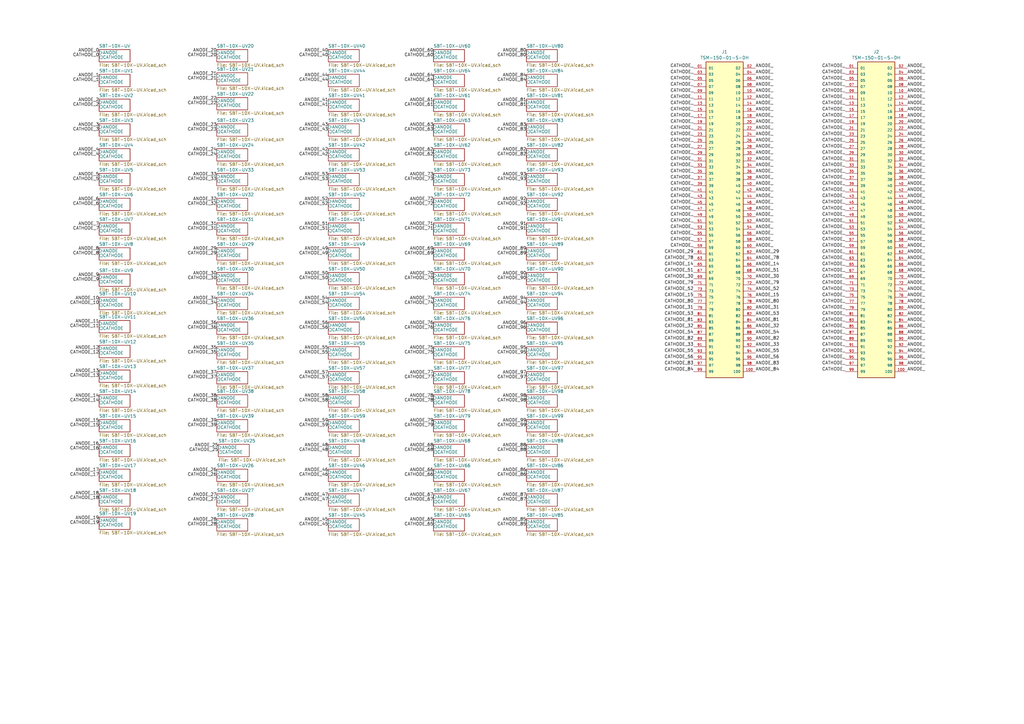
<source format=kicad_sch>
(kicad_sch (version 20230121) (generator eeschema)
  (paper "A3")
  (label "CATHODE_" (at 346.71 81.28 180))
  (label "CATHODE_51" (at 134.62 94.615 180))
  (label "ANODE_31" (at 309.88 127 0))
  (label "CATHODE_" (at 284.48 55.88 180))
  (label "ANODE_" (at 372.11 68.58 0))
  (label "CATHODE_" (at 284.48 53.34 180))
  (label "CATHODE_" (at 346.71 43.18 180))
  (label "CATHODE_" (at 284.48 63.5 180))
  (label "ANODE_95" (at 215.9 143.51 180))
  (label "ANODE_73" (at 177.8 72.39 180))
  (label "CATHODE_" (at 346.71 50.8 180))
  (label "CATHODE_46" (at 134.62 195.58 180))
  (label "ANODE_88" (at 215.9 183.515 180))
  (label "ANODE_" (at 309.88 58.42 0))
  (label "CATHODE_" (at 284.48 45.72 180))
  (label "ANODE_30" (at 88.9 113.03 180))
  (label "CATHODE_66" (at 177.8 195.58 180))
  (label "CATHODE_78" (at 284.48 106.68 180))
  (label "ANODE_" (at 372.11 116.84 0))
  (label "ANODE_" (at 372.11 134.62 0))
  (label "CATHODE_" (at 284.48 48.26 180))
  (label "ANODE_" (at 372.11 142.24 0))
  (label "CATHODE_84" (at 284.48 152.4 180))
  (label "ANODE_" (at 309.88 50.8 0))
  (label "ANODE_" (at 372.11 119.38 0))
  (label "CATHODE_" (at 346.71 142.24 180))
  (label "ANODE_28" (at 88.9 213.995 180))
  (label "ANODE_79" (at 177.8 173.355 180))
  (label "ANODE_20" (at 88.9 21.59 180))
  (label "ANODE_36" (at 88.9 133.35 180))
  (label "CATHODE_4" (at 40.64 64.135 180))
  (label "ANODE_0" (at 40.64 21.59 180))
  (label "ANODE_" (at 309.88 68.58 0))
  (label "CATHODE_25" (at 89.535 185.42 180))
  (label "CATHODE_56" (at 134.62 135.255 180))
  (label "CATHODE_82" (at 215.9 64.135 180))
  (label "ANODE_" (at 309.88 40.64 0))
  (label "ANODE_94" (at 215.9 123.19 180))
  (label "ANODE_" (at 372.11 81.28 0))
  (label "ANODE_" (at 309.88 27.94 0))
  (label "CATHODE_30" (at 284.48 114.3 180))
  (label "CATHODE_64" (at 177.8 33.655 180))
  (label "CATHODE_48" (at 134.62 185.42 180))
  (label "CATHODE_23" (at 88.9 53.975 180))
  (label "ANODE_16" (at 40.64 182.88 180))
  (label "CATHODE_" (at 346.71 88.9 180))
  (label "CATHODE_29" (at 88.9 104.775 180))
  (label "ANODE_" (at 372.11 106.68 0))
  (label "CATHODE_63" (at 177.8 53.975 180))
  (label "ANODE_" (at 372.11 104.14 0))
  (label "ANODE_21" (at 88.9 31.115 180))
  (label "CATHODE_90" (at 215.9 114.935 180))
  (label "ANODE_32" (at 309.88 134.62 0))
  (label "CATHODE_56" (at 284.48 147.32 180))
  (label "ANODE_" (at 372.11 139.7 0))
  (label "CATHODE_81" (at 215.9 43.815 180))
  (label "ANODE_" (at 309.88 81.28 0))
  (label "ANODE_24" (at 88.9 62.23 180))
  (label "CATHODE_" (at 346.71 137.16 180))
  (label "ANODE_" (at 309.88 48.26 0))
  (label "ANODE_" (at 372.11 137.16 0))
  (label "CATHODE_" (at 346.71 45.72 180))
  (label "CATHODE_" (at 346.71 58.42 180))
  (label "CATHODE_59" (at 134.62 175.26 180))
  (label "ANODE_50" (at 134.62 113.03 180))
  (label "CATHODE_89" (at 215.9 104.775 180))
  (label "CATHODE_31" (at 88.9 94.615 180))
  (label "ANODE_90" (at 215.9 113.03 180))
  (label "CATHODE_" (at 284.48 50.8 180))
  (label "CATHODE_" (at 346.71 139.7 180))
  (label "CATHODE_91" (at 215.9 94.615 180))
  (label "ANODE_66" (at 177.8 193.675 180))
  (label "ANODE_" (at 309.88 60.96 0))
  (label "ANODE_98" (at 215.9 163.195 180))
  (label "CATHODE_" (at 346.71 132.08 180))
  (label "CATHODE_" (at 284.48 33.02 180))
  (label "CATHODE_" (at 284.48 86.36 180))
  (label "CATHODE_55" (at 284.48 144.78 180))
  (label "CATHODE_72" (at 177.8 84.455 180))
  (label "ANODE_86" (at 215.9 193.675 180))
  (label "CATHODE_84" (at 215.9 33.655 180))
  (label "CATHODE_29" (at 284.48 104.14 180))
  (label "CATHODE_79" (at 177.8 175.26 180))
  (label "CATHODE_" (at 346.71 124.46 180))
  (label "ANODE_" (at 309.88 73.66 0))
  (label "CATHODE_" (at 346.71 101.6 180))
  (label "CATHODE_5" (at 40.64 74.295 180))
  (label "CATHODE_" (at 346.71 109.22 180))
  (label "ANODE_14" (at 309.88 109.22 0))
  (label "CATHODE_24" (at 88.9 64.135 180))
  (label "CATHODE_26" (at 88.9 195.58 180))
  (label "ANODE_82" (at 309.88 139.7 0))
  (label "ANODE_" (at 372.11 30.48 0))
  (label "CATHODE_" (at 346.71 76.2 180))
  (label "CATHODE_" (at 346.71 60.96 180))
  (label "ANODE_" (at 372.11 86.36 0))
  (label "CATHODE_22" (at 88.9 43.18 180))
  (label "CATHODE_" (at 284.48 99.06 180))
  (label "CATHODE_40" (at 134.62 23.495 180))
  (label "CATHODE_" (at 346.71 48.26 180))
  (label "ANODE_55" (at 134.62 143.51 180))
  (label "ANODE_85" (at 215.9 213.995 180))
  (label "CATHODE_98" (at 215.9 165.1 180))
  (label "CATHODE_53" (at 134.62 74.295 180))
  (label "CATHODE_80" (at 284.48 124.46 180))
  (label "ANODE_71" (at 177.8 92.71 180))
  (label "CATHODE_70" (at 177.8 114.935 180))
  (label "CATHODE_75" (at 177.8 145.415 180))
  (label "CATHODE_94" (at 215.9 125.095 180))
  (label "CATHODE_" (at 284.48 27.94 180))
  (label "ANODE_" (at 372.11 73.66 0))
  (label "ANODE_" (at 372.11 129.54 0))
  (label "ANODE_" (at 309.88 93.98 0))
  (label "CATHODE_88" (at 215.9 185.42 180))
  (label "CATHODE_15" (at 284.48 121.92 180))
  (label "ANODE_" (at 372.11 55.88 0))
  (label "CATHODE_" (at 284.48 71.12 180))
  (label "CATHODE_" (at 346.71 33.02 180))
  (label "CATHODE_14" (at 284.48 109.22 180))
  (label "CATHODE_18" (at 40.64 205.105 180))
  (label "ANODE_" (at 309.88 86.36 0))
  (label "ANODE_" (at 309.88 66.04 0))
  (label "CATHODE_93" (at 215.9 74.295 180))
  (label "ANODE_37" (at 88.9 153.67 180))
  (label "CATHODE_3" (at 40.64 53.975 180))
  (label "CATHODE_51" (at 284.48 111.76 180))
  (label "ANODE_13" (at 40.64 153.035 180))
  (label "ANODE_61" (at 177.8 41.91 180))
  (label "ANODE_45" (at 134.62 213.995 180))
  (label "ANODE_87" (at 215.9 203.835 180))
  (label "CATHODE_58" (at 134.62 165.1 180))
  (label "CATHODE_16" (at 40.64 184.785 180))
  (label "CATHODE_87" (at 215.9 205.74 180))
  (label "ANODE_" (at 372.11 101.6 0))
  (label "CATHODE_54" (at 134.62 125.095 180))
  (label "ANODE_52" (at 309.88 119.38 0))
  (label "CATHODE_" (at 346.71 71.12 180))
  (label "ANODE_55" (at 309.88 144.78 0))
  (label "CATHODE_73" (at 177.8 74.295 180))
  (label "CATHODE_83" (at 215.9 53.975 180))
  (label "ANODE_17" (at 40.64 193.675 180))
  (label "CATHODE_47" (at 134.62 205.74 180))
  (label "ANODE_9" (at 40.64 113.665 180))
  (label "CATHODE_" (at 346.71 121.92 180))
  (label "ANODE_" (at 372.11 114.3 0))
  (label "CATHODE_36" (at 88.9 135.255 180))
  (label "ANODE_" (at 372.11 76.2 0))
  (label "ANODE_" (at 309.88 45.72 0))
  (label "ANODE_53" (at 134.62 72.39 180))
  (label "ANODE_96" (at 215.9 133.35 180))
  (label "CATHODE_10" (at 40.64 125.095 180))
  (label "ANODE_" (at 309.88 78.74 0))
  (label "CATHODE_" (at 284.48 30.48 180))
  (label "ANODE_81" (at 309.88 132.08 0))
  (label "CATHODE_17" (at 40.64 195.58 180))
  (label "ANODE_89" (at 215.9 102.87 180))
  (label "ANODE_30" (at 309.88 114.3 0))
  (label "ANODE_" (at 309.88 30.48 0))
  (label "ANODE_99" (at 215.9 173.355 180))
  (label "ANODE_" (at 372.11 96.52 0))
  (label "ANODE_72" (at 177.8 82.55 180))
  (label "ANODE_" (at 309.88 35.56 0))
  (label "CATHODE_" (at 346.71 63.5 180))
  (label "ANODE_" (at 372.11 132.08 0))
  (label "ANODE_84" (at 309.88 152.4 0))
  (label "ANODE_" (at 372.11 45.72 0))
  (label "ANODE_18" (at 40.64 203.2 180))
  (label "CATHODE_57" (at 134.62 155.575 180))
  (label "CATHODE_99" (at 215.9 175.26 180))
  (label "ANODE_74" (at 177.8 123.19 180))
  (label "CATHODE_79" (at 284.48 116.84 180))
  (label "CATHODE_67" (at 177.8 205.74 180))
  (label "ANODE_" (at 372.11 63.5 0))
  (label "ANODE_70" (at 177.8 113.03 180))
  (label "ANODE_" (at 309.88 99.06 0))
  (label "CATHODE_" (at 346.71 134.62 180))
  (label "ANODE_52" (at 134.62 82.55 180))
  (label "ANODE_47" (at 134.62 203.835 180))
  (label "CATHODE_76" (at 177.8 135.255 180))
  (label "CATHODE_53" (at 284.48 129.54 180))
  (label "CATHODE_85" (at 215.9 215.9 180))
  (label "ANODE_7" (at 40.64 92.71 180))
  (label "CATHODE_" (at 346.71 86.36 180))
  (label "CATHODE_83" (at 284.48 149.86 180))
  (label "CATHODE_97" (at 215.9 155.575 180))
  (label "CATHODE_" (at 284.48 60.96 180))
  (label "ANODE_" (at 372.11 124.46 0))
  (label "CATHODE_19" (at 40.64 215.265 180))
  (label "ANODE_8" (at 40.64 102.87 180))
  (label "ANODE_49" (at 134.62 102.87 180))
  (label "CATHODE_69" (at 177.8 104.775 180))
  (label "CATHODE_78" (at 177.8 165.1 180))
  (label "ANODE_" (at 372.11 93.98 0))
  (label "CATHODE_8" (at 40.64 104.775 180))
  (label "CATHODE_52" (at 134.62 84.455 180))
  (label "CATHODE_" (at 346.71 104.14 180))
  (label "ANODE_41" (at 134.62 41.91 180))
  (label "ANODE_" (at 372.11 48.26 0))
  (label "ANODE_3" (at 40.64 52.07 180))
  (label "CATHODE_" (at 284.48 96.52 180))
  (label "CATHODE_" (at 346.71 149.86 180))
  (label "ANODE_" (at 372.11 35.56 0))
  (label "CATHODE_" (at 346.71 93.98 180))
  (label "CATHODE_" (at 346.71 99.06 180))
  (label "CATHODE_" (at 284.48 38.1 180))
  (label "CATHODE_" (at 346.71 127 180))
  (label "CATHODE_62" (at 177.8 64.135 180))
  (label "ANODE_38" (at 88.9 163.195 180))
  (label "ANODE_" (at 372.11 43.18 0))
  (label "CATHODE_" (at 346.71 111.76 180))
  (label "ANODE_" (at 309.88 71.12 0))
  (label "CATHODE_41" (at 134.62 43.815 180))
  (label "ANODE_56" (at 309.88 147.32 0))
  (label "CATHODE_95" (at 215.9 145.415 180))
  (label "CATHODE_43" (at 134.62 53.975 180))
  (label "CATHODE_" (at 284.48 91.44 180))
  (label "ANODE_" (at 372.11 60.96 0))
  (label "ANODE_5" (at 40.64 72.39 180))
  (label "ANODE_69" (at 177.8 102.87 180))
  (label "CATHODE_0" (at 40.64 23.495 180))
  (label "CATHODE_9" (at 40.64 115.57 180))
  (label "CATHODE_54" (at 284.48 137.16 180))
  (label "ANODE_29" (at 309.88 104.14 0))
  (label "CATHODE_" (at 346.71 66.04 180))
  (label "ANODE_76" (at 177.8 133.35 180))
  (label "ANODE_43" (at 134.62 52.07 180))
  (label "CATHODE_" (at 346.71 53.34 180))
  (label "ANODE_35" (at 88.9 143.51 180))
  (label "ANODE_2" (at 40.64 41.91 180))
  (label "CATHODE_" (at 284.48 93.98 180))
  (label "CATHODE_33" (at 284.48 142.24 180))
  (label "ANODE_79" (at 309.88 116.84 0))
  (label "ANODE_" (at 309.88 83.82 0))
  (label "ANODE_" (at 372.11 78.74 0))
  (label "CATHODE_32" (at 284.48 134.62 180))
  (label "ANODE_11" (at 40.64 132.715 180))
  (label "CATHODE_" (at 284.48 43.18 180))
  (label "ANODE_63" (at 177.8 52.07 180))
  (label "CATHODE_50" (at 134.62 114.935 180))
  (label "ANODE_1" (at 40.64 31.75 180))
  (label "ANODE_" (at 372.11 127 0))
  (label "CATHODE_39" (at 88.9 175.26 180))
  (label "ANODE_93" (at 215.9 72.39 180))
  (label "ANODE_40" (at 134.62 21.59 180))
  (label "ANODE_19" (at 40.64 213.36 180))
  (label "ANODE_67" (at 177.8 203.835 180))
  (label "ANODE_" (at 309.88 33.02 0))
  (label "ANODE_" (at 372.11 71.12 0))
  (label "CATHODE_42" (at 134.62 64.135 180))
  (label "ANODE_58" (at 134.62 163.195 180))
  (label "ANODE_" (at 372.11 53.34 0))
  (label "ANODE_" (at 372.11 149.86 0))
  (label "ANODE_32" (at 88.9 82.55 180))
  (label "ANODE_68" (at 177.8 183.515 180))
  (label "ANODE_42" (at 134.62 62.23 180))
  (label "CATHODE_" (at 346.71 78.74 180))
  (label "CATHODE_" (at 346.71 73.66 180))
  (label "ANODE_75" (at 177.8 143.51 180))
  (label "CATHODE_65" (at 177.8 215.9 180))
  (label "CATHODE_77" (at 177.8 155.575 180))
  (label "ANODE_39" (at 88.9 173.355 180))
  (label "ANODE_" (at 372.11 27.94 0))
  (label "CATHODE_2" (at 40.64 43.815 180))
  (label "ANODE_4" (at 40.64 62.23 180))
  (label "CATHODE_45" (at 134.62 215.9 180))
  (label "ANODE_" (at 372.11 38.1 0))
  (label "CATHODE_" (at 284.48 73.66 180))
  (label "ANODE_33" (at 88.9 72.39 180))
  (label "CATHODE_" (at 346.71 116.84 180))
  (label "ANODE_" (at 372.11 144.78 0))
  (label "ANODE_78" (at 177.8 163.195 180))
  (label "ANODE_54" (at 134.62 123.19 180))
  (label "ANODE_" (at 372.11 66.04 0))
  (label "ANODE_54" (at 309.88 137.16 0))
  (label "ANODE_" (at 372.11 99.06 0))
  (label "CATHODE_20" (at 88.9 23.495 180))
  (label "CATHODE_34" (at 88.9 125.095 180))
  (label "CATHODE_" (at 284.48 58.42 180))
  (label "ANODE_" (at 309.88 53.34 0))
  (label "CATHODE_30" (at 88.9 114.935 180))
  (label "CATHODE_" (at 284.48 35.56 180))
  (label "CATHODE_" (at 346.71 147.32 180))
  (label "CATHODE_" (at 346.71 68.58 180))
  (label "ANODE_82" (at 215.9 62.23 180))
  (label "CATHODE_68" (at 177.8 185.42 180))
  (label "CATHODE_60" (at 177.8 23.495 180))
  (label "ANODE_" (at 309.88 91.44 0))
  (label "ANODE_84" (at 215.9 31.75 180))
  (label "ANODE_10" (at 40.64 123.19 180))
  (label "ANODE_78" (at 309.88 106.68 0))
  (label "ANODE_46" (at 134.62 193.675 180))
  (label "ANODE_56" (at 134.62 133.35 180))
  (label "CATHODE_" (at 346.71 114.3 180))
  (label "ANODE_" (at 372.11 109.22 0))
  (label "ANODE_48" (at 134.62 183.515 180))
  (label "CATHODE_21" (at 88.9 33.02 180))
  (label "ANODE_15" (at 40.64 173.355 180))
  (label "ANODE_91" (at 215.9 92.71 180))
  (label "ANODE_" (at 372.11 147.32 0))
  (label "ANODE_" (at 372.11 111.76 0))
  (label "CATHODE_33" (at 88.9 74.295 180))
  (label "CATHODE_7" (at 40.64 94.615 180))
  (label "CATHODE_49" (at 134.62 104.775 180))
  (label "ANODE_22" (at 88.9 41.275 180))
  (label "ANODE_" (at 372.11 91.44 0))
  (label "CATHODE_31" (at 284.48 127 180))
  (label "CATHODE_" (at 284.48 68.58 180))
  (label "CATHODE_96" (at 215.9 135.255 180))
  (label "CATHODE_" (at 284.48 76.2 180))
  (label "ANODE_26" (at 88.9 193.675 180))
  (label "ANODE_29" (at 88.9 102.87 180))
  (label "ANODE_92" (at 215.9 82.55 180))
  (label "CATHODE_" (at 284.48 40.64 180))
  (label "CATHODE_52" (at 284.48 119.38 180))
  (label "ANODE_15" (at 309.88 121.92 0))
  (label "ANODE_51" (at 309.88 111.76 0))
  (label "ANODE_80" (at 309.88 124.46 0))
  (label "ANODE_27" (at 88.9 203.835 180))
  (label "ANODE_" (at 309.88 96.52 0))
  (label "CATHODE_" (at 284.48 83.82 180))
  (label "ANODE_" (at 309.88 63.5 0))
  (label "CATHODE_74" (at 177.8 125.095 180))
  (label "CATHODE_" (at 284.48 81.28 180))
  (label "ANODE_" (at 372.11 121.92 0))
  (label "CATHODE_15" (at 40.64 175.26 180))
  (label "CATHODE_1" (at 40.64 33.655 180))
  (label "ANODE_53" (at 309.88 129.54 0))
  (label "ANODE_" (at 372.11 58.42 0))
  (label "ANODE_" (at 372.11 33.02 0))
  (label "ANODE_" (at 372.11 50.8 0))
  (label "CATHODE_" (at 284.48 78.74 180))
  (label "ANODE_6" (at 40.64 82.55 180))
  (label "ANODE_12" (at 40.64 143.51 180))
  (label "ANODE_59" (at 134.62 173.355 180))
  (label "CATHODE_" (at 284.48 88.9 180))
  (label "CATHODE_11" (at 40.64 134.62 180))
  (label "ANODE_23" (at 88.9 52.07 180))
  (label "ANODE_97" (at 215.9 153.67 180))
  (label "ANODE_83" (at 215.9 52.07 180))
  (label "CATHODE_86" (at 215.9 195.58 180))
  (label "ANODE_" (at 372.11 88.9 0))
  (label "CATHODE_92" (at 215.9 84.455 180))
  (label "CATHODE_38" (at 88.9 165.1 180))
  (label "CATHODE_81" (at 284.48 132.08 180))
  (label "ANODE_14" (at 40.64 163.195 180))
  (label "ANODE_25" (at 89.535 183.515 180))
  (label "ANODE_" (at 372.11 83.82 0))
  (label "CATHODE_" (at 346.71 152.4 180))
  (label "CATHODE_" (at 284.48 66.04 180))
  (label "CATHODE_" (at 346.71 144.78 180))
  (label "CATHODE_6" (at 40.64 84.455 180))
  (label "ANODE_31" (at 88.9 92.71 180))
  (label "CATHODE_82" (at 284.48 139.7 180))
  (label "ANODE_83" (at 309.88 149.86 0))
  (label "ANODE_81" (at 215.9 41.91 180))
  (label "ANODE_65" (at 177.8 213.995 180))
  (label "CATHODE_71" (at 177.8 94.615 180))
  (label "CATHODE_" (at 346.71 55.88 180))
  (label "ANODE_" (at 372.11 40.64 0))
  (label "CATHODE_" (at 346.71 40.64 180))
  (label "CATHODE_35" (at 88.9 145.415 180))
  (label "ANODE_33" (at 309.88 142.24 0))
  (label "CATHODE_" (at 346.71 106.68 180))
  (label "ANODE_77" (at 177.8 153.67 180))
  (label "ANODE_80" (at 215.9 21.59 180))
  (label "ANODE_" (at 309.88 55.88 0))
  (label "CATHODE_61" (at 177.8 43.815 180))
  (label "ANODE_" (at 309.88 101.6 0))
  (label "ANODE_" (at 309.88 88.9 0))
  (label "CATHODE_" (at 284.48 101.6 180))
  (label "CATHODE_44" (at 134.62 33.655 180))
  (label "CATHODE_" (at 346.71 91.44 180))
  (label "ANODE_57" (at 134.62 153.67 180))
  (label "CATHODE_37" (at 88.9 155.575 180))
  (label "CATHODE_" (at 346.71 83.82 180))
  (label "CATHODE_" (at 346.71 30.48 180))
  (label "CATHODE_80" (at 215.9 23.495 180))
  (label "CATHODE_12" (at 40.64 145.415 180))
  (label "CATHODE_" (at 346.71 119.38 180))
  (label "ANODE_60" (at 177.8 21.59 180))
  (label "ANODE_62" (at 177.8 62.23 180))
  (label "CATHODE_32" (at 88.9 84.455 180))
  (label "CATHODE_" (at 346.71 35.56 180))
  (label "CATHODE_" (at 346.71 96.52 180))
  (label "ANODE_51" (at 134.62 92.71 180))
  (label "CATHODE_28" (at 88.9 215.9 180))
  (label "ANODE_64" (at 177.8 31.75 180))
  (label "ANODE_44" (at 134.62 31.75 180))
  (label "CATHODE_" (at 346.71 38.1 180))
  (label "CATHODE_" (at 346.71 27.94 180))
  (label "CATHODE_14" (at 40.64 165.1 180))
  (label "CATHODE_" (at 346.71 129.54 180))
  (label "ANODE_" (at 309.88 38.1 0))
  (label "CATHODE_55" (at 134.62 145.415 180))
  (label "ANODE_" (at 309.88 43.18 0))
  (label "ANODE_34" (at 88.9 123.19 180))
  (label "CATHODE_27" (at 88.9 205.74 180))
  (label "CATHODE_13" (at 40.64 154.94 180))
  (label "ANODE_" (at 372.11 152.4 0))
  (label "ANODE_" (at 309.88 76.2 0))
  (symbol (lib_id "TSM-150-01-S-DH:TSM-150-01-S-DH") (at 297.18 91.44 0) (unit 1)
    (property "Reference" "J1" (at 297.18 21.2557 0))
    (property "Value" "TSM-150-01-S-DH" (at 297.18 23.6799 0))
    (property "Footprint" "custom_lib:SAMTEC_TSM-150-01-S-DH" (effects hide))
    (property "MF" "Samtec" (effects hide))
    (property "Description" "\n                        \n                            Connector Header Surface Mount, Right Angle 100 position 0.100 (2.54mm)\n                        \n" (effects hide))
    (property "Package" "None" (effects hide))
    (property "Price" "None" (effects hide))
    (property "Check_prices" "https://www.snapeda.com/parts/TSM-150-01-S-DH/Samtec/view-part/?ref=eda" (effects hide))
    (property "STANDARD" "Manufacturer Recommendations" (effects hide))
    (property "PARTREV" "R" (effects hide))
    (property "SnapEDA_Link" "https://www.snapeda.com/parts/TSM-150-01-S-DH/Samtec/view-part/?ref=snap" (effects hide))
    (property "MP" "TSM-150-01-S-DH" (effects hide))
    (property "Availability" "In Stock" (effects hide))
    (property "MANUFACTURER" "Samtec" (effects hide))
  )
  (symbol (lib_id "TSM-150-01-S-DH:TSM-150-01-S-DH") (at 359.41 91.44 0) (unit 1)
    (property "Reference" "J2" (at 359.41 21.2557 0))
    (property "Value" "TSM-150-01-S-DH" (at 359.41 23.6799 0))
    (property "Footprint" "custom_lib:SAMTEC_TSM-150-01-S-DH" (effects hide))
    (property "MF" "Samtec" (effects hide))
    (property "Description" "\n                        \n                            Connector Header Surface Mount, Right Angle 100 position 0.100 (2.54mm)\n                        \n" (effects hide))
    (property "Package" "None" (effects hide))
    (property "Price" "None" (effects hide))
    (property "Check_prices" "https://www.snapeda.com/parts/TSM-150-01-S-DH/Samtec/view-part/?ref=eda" (effects hide))
    (property "STANDARD" "Manufacturer Recommendations" (effects hide))
    (property "PARTREV" "R" (effects hide))
    (property "SnapEDA_Link" "https://www.snapeda.com/parts/TSM-150-01-S-DH/Samtec/view-part/?ref=snap" (effects hide))
    (property "MP" "TSM-150-01-S-DH" (effects hide))
    (property "Availability" "In Stock" (effects hide))
    (property "MANUFACTURER" "Samtec" (effects hide))
  )
  (sheet (at 177.8 60.96) (size 12.7 5.08) (stroke (width 0.1524))
    (property "Sheetname" "SBT-10X-UV62" (at 177.8 60.2484 0) (effects (justify left bottom)))
    (property "Sheetfile" "SBT-10X-UV.kicad_sch" (at 177.8 66.6246 0) (effects (justify left top)))
    (pin "ANODE" input (at 177.8 62.23 180))
    (pin "CATHODE" output (at 177.8 64.135 180))
  )
  (sheet (at 88.9 202.565) (size 12.7 5.08) (stroke (width 0.1524))
    (property "Sheetname" "SBT-10X-UV27" (at 88.9 201.8534 0) (effects (justify left bottom)))
    (property "Sheetfile" "SBT-10X-UV.kicad_sch" (at 88.9 208.2296 0) (effects (justify left top)))
    (pin "ANODE" input (at 88.9 203.835 180))
    (pin "CATHODE" output (at 88.9 205.74 180))
  )
  (sheet (at 134.62 132.08) (size 12.7 5.08) (stroke (width 0.1524))
    (property "Sheetname" "SBT-10X-UV56" (at 134.62 131.3684 0) (effects (justify left bottom)))
    (property "Sheetfile" "SBT-10X-UV.kicad_sch" (at 134.62 137.7446 0) (effects (justify left top)))
    (pin "ANODE" input (at 134.62 133.35 180))
    (pin "CATHODE" output (at 134.62 135.255 180))
  )
  (sheet (at 88.9 50.8) (size 12.7 5.08) (stroke (width 0.1524))
    (property "Sheetname" "SBT-10X-UV23" (at 88.9 50.0884 0) (effects (justify left bottom)))
    (property "Sheetfile" "SBT-10X-UV.kicad_sch" (at 88.9 56.4646 0) (effects (justify left top)))
    (pin "ANODE" input (at 88.9 52.07 180))
    (pin "CATHODE" output (at 88.9 53.975 180))
  )
  (sheet (at 40.64 112.395) (size 12.7 5.08) (stroke (width 0.1524))
    (property "Sheetname" "SBT-10X-UV9" (at 40.64 111.6834 0) (effects (justify left bottom)))
    (property "Sheetfile" "SBT-10X-UV.kicad_sch" (at 40.64 118.0596 0) (effects (justify left top)))
    (pin "ANODE" input (at 40.64 113.665 180))
    (pin "CATHODE" output (at 40.64 115.57 180))
  )
  (sheet (at 215.9 91.44) (size 12.7 5.08) (stroke (width 0.1524))
    (property "Sheetname" "SBT-10X-UV91" (at 215.9 90.7284 0) (effects (justify left bottom)))
    (property "Sheetfile" "SBT-10X-UV.kicad_sch" (at 215.9 97.1046 0) (effects (justify left top)))
    (pin "ANODE" input (at 215.9 92.71 180))
    (pin "CATHODE" output (at 215.9 94.615 180))
  )
  (sheet (at 88.9 101.6) (size 12.7 5.08) (stroke (width 0.1524))
    (property "Sheetname" "SBT-10X-UV29" (at 88.9 100.8884 0) (effects (justify left bottom)))
    (property "Sheetfile" "SBT-10X-UV.kicad_sch" (at 88.9 107.2646 0) (effects (justify left top)))
    (pin "ANODE" input (at 88.9 102.87 180))
    (pin "CATHODE" output (at 88.9 104.775 180))
  )
  (sheet (at 215.9 132.08) (size 12.7 5.08) (stroke (width 0.1524))
    (property "Sheetname" "SBT-10X-UV96" (at 215.9 131.3684 0) (effects (justify left bottom)))
    (property "Sheetfile" "SBT-10X-UV.kicad_sch" (at 215.9 137.7446 0) (effects (justify left top)))
    (pin "ANODE" input (at 215.9 133.35 180))
    (pin "CATHODE" output (at 215.9 135.255 180))
  )
  (sheet (at 40.64 30.48) (size 12.7 5.08) (stroke (width 0.1524))
    (property "Sheetname" "SBT-10X-UV1" (at 40.64 29.7684 0) (effects (justify left bottom)))
    (property "Sheetfile" "SBT-10X-UV.kicad_sch" (at 40.64 36.1446 0) (effects (justify left top)))
    (pin "ANODE" input (at 40.64 31.75 180))
    (pin "CATHODE" output (at 40.64 33.655 180))
  )
  (sheet (at 215.9 161.925) (size 12.7 5.08) (stroke (width 0.1524))
    (property "Sheetname" "SBT-10X-UV98" (at 215.9 161.2134 0) (effects (justify left bottom)))
    (property "Sheetfile" "SBT-10X-UV.kicad_sch" (at 215.9 167.5896 0) (effects (justify left top)))
    (pin "ANODE" input (at 215.9 163.195 180))
    (pin "CATHODE" output (at 215.9 165.1 180))
  )
  (sheet (at 40.64 60.96) (size 12.7 5.08) (stroke (width 0.1524))
    (property "Sheetname" "SBT-10X-UV4" (at 40.64 60.2484 0) (effects (justify left bottom)))
    (property "Sheetfile" "SBT-10X-UV.kicad_sch" (at 40.64 66.6246 0) (effects (justify left top)))
    (pin "ANODE" input (at 40.64 62.23 180))
    (pin "CATHODE" output (at 40.64 64.135 180))
  )
  (sheet (at 134.62 20.32) (size 12.7 5.08) (stroke (width 0.1524))
    (property "Sheetname" "SBT-10X-UV40" (at 134.62 19.6084 0) (effects (justify left bottom)))
    (property "Sheetfile" "SBT-10X-UV.kicad_sch" (at 134.62 25.9846 0) (effects (justify left top)))
    (pin "ANODE" input (at 134.62 21.59 180))
    (pin "CATHODE" output (at 134.62 23.495 180))
  )
  (sheet (at 134.62 101.6) (size 12.7 5.08) (stroke (width 0.1524))
    (property "Sheetname" "SBT-10X-UV49" (at 134.62 100.8884 0) (effects (justify left bottom)))
    (property "Sheetfile" "SBT-10X-UV.kicad_sch" (at 134.62 107.2646 0) (effects (justify left top)))
    (pin "ANODE" input (at 134.62 102.87 180))
    (pin "CATHODE" output (at 134.62 104.775 180))
  )
  (sheet (at 88.9 142.24) (size 12.7 5.08) (stroke (width 0.1524))
    (property "Sheetname" "SBT-10X-UV35" (at 88.9 141.5284 0) (effects (justify left bottom)))
    (property "Sheetfile" "SBT-10X-UV.kicad_sch" (at 88.9 147.9046 0) (effects (justify left top)))
    (pin "ANODE" input (at 88.9 143.51 180))
    (pin "CATHODE" output (at 88.9 145.415 180))
  )
  (sheet (at 40.64 192.405) (size 12.7 5.08) (stroke (width 0.1524))
    (property "Sheetname" "SBT-10X-UV17" (at 40.64 191.6934 0) (effects (justify left bottom)))
    (property "Sheetfile" "SBT-10X-UV.kicad_sch" (at 40.64 198.0696 0) (effects (justify left top)))
    (pin "ANODE" input (at 40.64 193.675 180))
    (pin "CATHODE" output (at 40.64 195.58 180))
  )
  (sheet (at 88.9 172.085) (size 12.7 5.08) (stroke (width 0.1524))
    (property "Sheetname" "SBT-10X-UV39" (at 88.9 171.3734 0) (effects (justify left bottom)))
    (property "Sheetfile" "SBT-10X-UV.kicad_sch" (at 88.9 177.7496 0) (effects (justify left top)))
    (pin "ANODE" input (at 88.9 173.355 180))
    (pin "CATHODE" output (at 88.9 175.26 180))
  )
  (sheet (at 215.9 202.565) (size 12.7 5.08) (stroke (width 0.1524))
    (property "Sheetname" "SBT-10X-UV87" (at 215.9 201.8534 0) (effects (justify left bottom)))
    (property "Sheetfile" "SBT-10X-UV.kicad_sch" (at 215.9 208.2296 0) (effects (justify left top)))
    (pin "ANODE" input (at 215.9 203.835 180))
    (pin "CATHODE" output (at 215.9 205.74 180))
  )
  (sheet (at 177.8 202.565) (size 12.7 5.08) (stroke (width 0.1524))
    (property "Sheetname" "SBT-10X-UV67" (at 177.8 201.8534 0) (effects (justify left bottom)))
    (property "Sheetfile" "SBT-10X-UV.kicad_sch" (at 177.8 208.2296 0) (effects (justify left top)))
    (pin "ANODE" input (at 177.8 203.835 180))
    (pin "CATHODE" output (at 177.8 205.74 180))
  )
  (sheet (at 88.9 71.12) (size 12.7 5.08) (stroke (width 0.1524))
    (property "Sheetname" "SBT-10X-UV33" (at 88.9 70.4084 0) (effects (justify left bottom)))
    (property "Sheetfile" "SBT-10X-UV.kicad_sch" (at 88.9 76.7846 0) (effects (justify left top)))
    (pin "ANODE" input (at 88.9 72.39 180))
    (pin "CATHODE" output (at 88.9 74.295 180))
  )
  (sheet (at 177.8 20.32) (size 12.7 5.08) (stroke (width 0.1524))
    (property "Sheetname" "SBT-10X-UV60" (at 177.8 19.6084 0) (effects (justify left bottom)))
    (property "Sheetfile" "SBT-10X-UV.kicad_sch" (at 177.8 25.9846 0) (effects (justify left top)))
    (pin "ANODE" input (at 177.8 21.59 180))
    (pin "CATHODE" output (at 177.8 23.495 180))
  )
  (sheet (at 134.62 192.405) (size 12.7 5.08) (stroke (width 0.1524))
    (property "Sheetname" "SBT-10X-UV46" (at 134.62 191.6934 0) (effects (justify left bottom)))
    (property "Sheetfile" "SBT-10X-UV.kicad_sch" (at 134.62 198.0696 0) (effects (justify left top)))
    (pin "ANODE" input (at 134.62 193.675 180))
    (pin "CATHODE" output (at 134.62 195.58 180))
  )
  (sheet (at 177.8 91.44) (size 12.7 5.08) (stroke (width 0.1524))
    (property "Sheetname" "SBT-10X-UV71" (at 177.8 90.7284 0) (effects (justify left bottom)))
    (property "Sheetfile" "SBT-10X-UV.kicad_sch" (at 177.8 97.1046 0) (effects (justify left top)))
    (pin "ANODE" input (at 177.8 92.71 180))
    (pin "CATHODE" output (at 177.8 94.615 180))
  )
  (sheet (at 177.8 152.4) (size 12.7 5.08) (stroke (width 0.1524))
    (property "Sheetname" "SBT-10X-UV77" (at 177.8 151.6884 0) (effects (justify left bottom)))
    (property "Sheetfile" "SBT-10X-UV.kicad_sch" (at 177.8 158.0646 0) (effects (justify left top)))
    (pin "ANODE" input (at 177.8 153.67 180))
    (pin "CATHODE" output (at 177.8 155.575 180))
  )
  (sheet (at 88.9 121.92) (size 12.7 5.08) (stroke (width 0.1524))
    (property "Sheetname" "SBT-10X-UV34" (at 88.9 121.2084 0) (effects (justify left bottom)))
    (property "Sheetfile" "SBT-10X-UV.kicad_sch" (at 88.9 127.5846 0) (effects (justify left top)))
    (pin "ANODE" input (at 88.9 123.19 180))
    (pin "CATHODE" output (at 88.9 125.095 180))
  )
  (sheet (at 88.9 40.005) (size 12.7 5.08) (stroke (width 0.1524))
    (property "Sheetname" "SBT-10X-UV22" (at 88.9 39.2934 0) (effects (justify left bottom)))
    (property "Sheetfile" "SBT-10X-UV.kicad_sch" (at 88.9 45.6696 0) (effects (justify left top)))
    (pin "ANODE" input (at 88.9 41.275 180))
    (pin "CATHODE" output (at 88.9 43.18 180))
  )
  (sheet (at 177.8 161.925) (size 12.7 5.08) (stroke (width 0.1524))
    (property "Sheetname" "SBT-10X-UV78" (at 177.8 161.2134 0) (effects (justify left bottom)))
    (property "Sheetfile" "SBT-10X-UV.kicad_sch" (at 177.8 167.5896 0) (effects (justify left top)))
    (pin "ANODE" input (at 177.8 163.195 180))
    (pin "CATHODE" output (at 177.8 165.1 180))
  )
  (sheet (at 88.9 132.08) (size 12.7 5.08) (stroke (width 0.1524))
    (property "Sheetname" "SBT-10X-UV36" (at 88.9 131.3684 0) (effects (justify left bottom)))
    (property "Sheetfile" "SBT-10X-UV.kicad_sch" (at 88.9 137.7446 0) (effects (justify left top)))
    (pin "ANODE" input (at 88.9 133.35 180))
    (pin "CATHODE" output (at 88.9 135.255 180))
  )
  (sheet (at 215.9 71.12) (size 12.7 5.08) (stroke (width 0.1524))
    (property "Sheetname" "SBT-10X-UV93" (at 215.9 70.4084 0) (effects (justify left bottom)))
    (property "Sheetfile" "SBT-10X-UV.kicad_sch" (at 215.9 76.7846 0) (effects (justify left top)))
    (pin "ANODE" input (at 215.9 72.39 180))
    (pin "CATHODE" output (at 215.9 74.295 180))
  )
  (sheet (at 134.62 161.925) (size 12.7 5.08) (stroke (width 0.1524))
    (property "Sheetname" "SBT-10X-UV58" (at 134.62 161.2134 0) (effects (justify left bottom)))
    (property "Sheetfile" "SBT-10X-UV.kicad_sch" (at 134.62 167.5896 0) (effects (justify left top)))
    (pin "ANODE" input (at 134.62 163.195 180))
    (pin "CATHODE" output (at 134.62 165.1 180))
  )
  (sheet (at 40.64 71.12) (size 12.7 5.08) (stroke (width 0.1524))
    (property "Sheetname" "SBT-10X-UV5" (at 40.64 70.4084 0) (effects (justify left bottom)))
    (property "Sheetfile" "SBT-10X-UV.kicad_sch" (at 40.64 76.7846 0) (effects (justify left top)))
    (pin "ANODE" input (at 40.64 72.39 180))
    (pin "CATHODE" output (at 40.64 74.295 180))
  )
  (sheet (at 40.64 50.8) (size 12.7 5.08) (stroke (width 0.1524))
    (property "Sheetname" "SBT-10X-UV3" (at 40.64 50.0884 0) (effects (justify left bottom)))
    (property "Sheetfile" "SBT-10X-UV.kicad_sch" (at 40.64 56.4646 0) (effects (justify left top)))
    (pin "ANODE" input (at 40.64 52.07 180))
    (pin "CATHODE" output (at 40.64 53.975 180))
  )
  (sheet (at 134.62 91.44) (size 12.7 5.08) (stroke (width 0.1524))
    (property "Sheetname" "SBT-10X-UV51" (at 134.62 90.7284 0) (effects (justify left bottom)))
    (property "Sheetfile" "SBT-10X-UV.kicad_sch" (at 134.62 97.1046 0) (effects (justify left top)))
    (pin "ANODE" input (at 134.62 92.71 180))
    (pin "CATHODE" output (at 134.62 94.615 180))
  )
  (sheet (at 40.64 151.765) (size 12.7 5.08) (stroke (width 0.1524))
    (property "Sheetname" "SBT-10X-UV13" (at 40.64 151.0534 0) (effects (justify left bottom)))
    (property "Sheetfile" "SBT-10X-UV.kicad_sch" (at 40.64 157.4296 0) (effects (justify left top)))
    (pin "ANODE" input (at 40.64 153.035 180))
    (pin "CATHODE" output (at 40.64 154.94 180))
  )
  (sheet (at 134.62 182.245) (size 12.7 5.08) (stroke (width 0.1524))
    (property "Sheetname" "SBT-10X-UV48" (at 134.62 181.5334 0) (effects (justify left bottom)))
    (property "Sheetfile" "SBT-10X-UV.kicad_sch" (at 134.62 187.9096 0) (effects (justify left top)))
    (pin "ANODE" input (at 134.62 183.515 180))
    (pin "CATHODE" output (at 134.62 185.42 180))
  )
  (sheet (at 88.9 91.44) (size 12.7 5.08) (stroke (width 0.1524))
    (property "Sheetname" "SBT-10X-UV31" (at 88.9 90.7284 0) (effects (justify left bottom)))
    (property "Sheetfile" "SBT-10X-UV.kicad_sch" (at 88.9 97.1046 0) (effects (justify left top)))
    (pin "ANODE" input (at 88.9 92.71 180))
    (pin "CATHODE" output (at 88.9 94.615 180))
  )
  (sheet (at 177.8 172.085) (size 12.7 5.08) (stroke (width 0.1524))
    (property "Sheetname" "SBT-10X-UV79" (at 177.8 171.3734 0) (effects (justify left bottom)))
    (property "Sheetfile" "SBT-10X-UV.kicad_sch" (at 177.8 177.7496 0) (effects (justify left top)))
    (pin "ANODE" input (at 177.8 173.355 180))
    (pin "CATHODE" output (at 177.8 175.26 180))
  )
  (sheet (at 40.64 202.565) (size 12.7 5.08) (stroke (width 0.1524))
    (property "Sheetname" "SBT-10X-UV18" (at 40.64 201.8534 0) (effects (justify left bottom)))
    (property "Sheetfile" "SBT-10X-UV.kicad_sch" (at 40.64 208.2296 0) (effects (justify left top)))
    (pin "ANODE" input (at 40.64 203.835 180))
    (pin "CATHODE" output (at 40.64 205.74 180))
  )
  (sheet (at 134.62 81.28) (size 12.7 5.08) (stroke (width 0.1524))
    (property "Sheetname" "SBT-10X-UV52" (at 134.62 80.5684 0) (effects (justify left bottom)))
    (property "Sheetfile" "SBT-10X-UV.kicad_sch" (at 134.62 86.9446 0) (effects (justify left top)))
    (pin "ANODE" input (at 134.62 82.55 180))
    (pin "CATHODE" output (at 134.62 84.455 180))
  )
  (sheet (at 40.64 182.245) (size 12.7 5.08) (stroke (width 0.1524))
    (property "Sheetname" "SBT-10X-UV16" (at 40.64 181.5334 0) (effects (justify left bottom)))
    (property "Sheetfile" "SBT-10X-UV.kicad_sch" (at 40.64 187.9096 0) (effects (justify left top)))
    (pin "ANODE" input (at 40.64 183.515 180))
    (pin "CATHODE" output (at 40.64 185.42 180))
  )
  (sheet (at 134.62 71.12) (size 12.7 5.08) (stroke (width 0.1524))
    (property "Sheetname" "SBT-10X-UV53" (at 134.62 70.4084 0) (effects (justify left bottom)))
    (property "Sheetfile" "SBT-10X-UV.kicad_sch" (at 134.62 76.7846 0) (effects (justify left top)))
    (pin "ANODE" input (at 134.62 72.39 180))
    (pin "CATHODE" output (at 134.62 74.295 180))
  )
  (sheet (at 134.62 202.565) (size 12.7 5.08) (stroke (width 0.1524))
    (property "Sheetname" "SBT-10X-UV47" (at 134.62 201.8534 0) (effects (justify left bottom)))
    (property "Sheetfile" "SBT-10X-UV.kicad_sch" (at 134.62 208.2296 0) (effects (justify left top)))
    (pin "ANODE" input (at 134.62 203.835 180))
    (pin "CATHODE" output (at 134.62 205.74 180))
  )
  (sheet (at 88.9 20.32) (size 12.7 5.08) (stroke (width 0.1524))
    (property "Sheetname" "SBT-10X-UV20" (at 88.9 19.6084 0) (effects (justify left bottom)))
    (property "Sheetfile" "SBT-10X-UV.kicad_sch" (at 88.9 25.9846 0) (effects (justify left top)))
    (pin "ANODE" input (at 88.9 21.59 180))
    (pin "CATHODE" output (at 88.9 23.495 180))
  )
  (sheet (at 88.9 60.96) (size 12.7 5.08) (stroke (width 0.1524))
    (property "Sheetname" "SBT-10X-UV24" (at 88.9 60.2484 0) (effects (justify left bottom)))
    (property "Sheetfile" "SBT-10X-UV.kicad_sch" (at 88.9 66.6246 0) (effects (justify left top)))
    (pin "ANODE" input (at 88.9 62.23 180))
    (pin "CATHODE" output (at 88.9 64.135 180))
  )
  (sheet (at 215.9 182.245) (size 12.7 5.08) (stroke (width 0.1524))
    (property "Sheetname" "SBT-10X-UV88" (at 215.9 181.5334 0) (effects (justify left bottom)))
    (property "Sheetfile" "SBT-10X-UV.kicad_sch" (at 215.9 187.9096 0) (effects (justify left top)))
    (pin "ANODE" input (at 215.9 183.515 180))
    (pin "CATHODE" output (at 215.9 185.42 180))
  )
  (sheet (at 134.62 121.92) (size 12.7 5.08) (stroke (width 0.1524))
    (property "Sheetname" "SBT-10X-UV54" (at 134.62 121.2084 0) (effects (justify left bottom)))
    (property "Sheetfile" "SBT-10X-UV.kicad_sch" (at 134.62 127.5846 0) (effects (justify left top)))
    (pin "ANODE" input (at 134.62 123.19 180))
    (pin "CATHODE" output (at 134.62 125.095 180))
  )
  (sheet (at 177.8 40.64) (size 12.7 5.08) (stroke (width 0.1524))
    (property "Sheetname" "SBT-10X-UV61" (at 177.8 39.9284 0) (effects (justify left bottom)))
    (property "Sheetfile" "SBT-10X-UV.kicad_sch" (at 177.8 46.3046 0) (effects (justify left top)))
    (pin "ANODE" input (at 177.8 41.91 180))
    (pin "CATHODE" output (at 177.8 43.815 180))
  )
  (sheet (at 40.64 141.605) (size 12.7 5.08) (stroke (width 0.1524))
    (property "Sheetname" "SBT-10X-UV12" (at 40.64 140.8934 0) (effects (justify left bottom)))
    (property "Sheetfile" "SBT-10X-UV.kicad_sch" (at 40.64 147.2696 0) (effects (justify left top)))
    (pin "ANODE" input (at 40.64 142.875 180))
    (pin "CATHODE" output (at 40.64 144.78 180))
  )
  (sheet (at 177.8 121.92) (size 12.7 5.08) (stroke (width 0.1524))
    (property "Sheetname" "SBT-10X-UV74" (at 177.8 121.2084 0) (effects (justify left bottom)))
    (property "Sheetfile" "SBT-10X-UV.kicad_sch" (at 177.8 127.5846 0) (effects (justify left top)))
    (pin "ANODE" input (at 177.8 123.19 180))
    (pin "CATHODE" output (at 177.8 125.095 180))
  )
  (sheet (at 88.9 212.725) (size 12.7 5.08) (stroke (width 0.1524))
    (property "Sheetname" "SBT-10X-UV28" (at 88.9 212.0134 0) (effects (justify left bottom)))
    (property "Sheetfile" "SBT-10X-UV.kicad_sch" (at 88.9 218.3896 0) (effects (justify left top)))
    (pin "ANODE" input (at 88.9 213.995 180))
    (pin "CATHODE" output (at 88.9 215.9 180))
  )
  (sheet (at 40.64 40.64) (size 12.7 5.08) (stroke (width 0.1524))
    (property "Sheetname" "SBT-10X-UV2" (at 40.64 39.9284 0) (effects (justify left bottom)))
    (property "Sheetfile" "SBT-10X-UV.kicad_sch" (at 40.64 46.3046 0) (effects (justify left top)))
    (pin "ANODE" input (at 40.64 41.91 180))
    (pin "CATHODE" output (at 40.64 43.815 180))
  )
  (sheet (at 215.9 212.725) (size 12.7 5.08) (stroke (width 0.1524))
    (property "Sheetname" "SBT-10X-UV85" (at 215.9 212.0134 0) (effects (justify left bottom)))
    (property "Sheetfile" "SBT-10X-UV.kicad_sch" (at 215.9 218.3896 0) (effects (justify left top)))
    (pin "ANODE" input (at 215.9 213.995 180))
    (pin "CATHODE" output (at 215.9 215.9 180))
  )
  (sheet (at 177.8 182.245) (size 12.7 5.08) (stroke (width 0.1524))
    (property "Sheetname" "SBT-10X-UV68" (at 177.8 181.5334 0) (effects (justify left bottom)))
    (property "Sheetfile" "SBT-10X-UV.kicad_sch" (at 177.8 187.9096 0) (effects (justify left top)))
    (pin "ANODE" input (at 177.8 183.515 180))
    (pin "CATHODE" output (at 177.8 185.42 180))
  )
  (sheet (at 88.9 29.845) (size 12.7 5.08) (stroke (width 0.1524))
    (property "Sheetname" "SBT-10X-UV21" (at 88.9 29.1334 0) (effects (justify left bottom)))
    (property "Sheetfile" "SBT-10X-UV.kicad_sch" (at 88.9 35.5096 0) (effects (justify left top)))
    (pin "ANODE" input (at 88.9 31.115 180))
    (pin "CATHODE" output (at 88.9 33.02 180))
  )
  (sheet (at 40.64 91.44) (size 12.7 5.08) (stroke (width 0.1524))
    (property "Sheetname" "SBT-10X-UV7" (at 40.64 90.7284 0) (effects (justify left bottom)))
    (property "Sheetfile" "SBT-10X-UV.kicad_sch" (at 40.64 97.1046 0) (effects (justify left top)))
    (pin "ANODE" input (at 40.64 92.71 180))
    (pin "CATHODE" output (at 40.64 94.615 180))
  )
  (sheet (at 88.9 161.925) (size 12.7 5.08) (stroke (width 0.1524))
    (property "Sheetname" "SBT-10X-UV38" (at 88.9 161.2134 0) (effects (justify left bottom)))
    (property "Sheetfile" "SBT-10X-UV.kicad_sch" (at 88.9 167.5896 0) (effects (justify left top)))
    (pin "ANODE" input (at 88.9 163.195 180))
    (pin "CATHODE" output (at 88.9 165.1 180))
  )
  (sheet (at 40.64 172.085) (size 12.7 5.08) (stroke (width 0.1524))
    (property "Sheetname" "SBT-10X-UV15" (at 40.64 171.3734 0) (effects (justify left bottom)))
    (property "Sheetfile" "SBT-10X-UV.kicad_sch" (at 40.64 177.7496 0) (effects (justify left top)))
    (pin "ANODE" input (at 40.64 173.355 180))
    (pin "CATHODE" output (at 40.64 175.26 180))
  )
  (sheet (at 134.62 172.085) (size 12.7 5.08) (stroke (width 0.1524))
    (property "Sheetname" "SBT-10X-UV59" (at 134.62 171.3734 0) (effects (justify left bottom)))
    (property "Sheetfile" "SBT-10X-UV.kicad_sch" (at 134.62 177.7496 0) (effects (justify left top)))
    (pin "ANODE" input (at 134.62 173.355 180))
    (pin "CATHODE" output (at 134.62 175.26 180))
  )
  (sheet (at 215.9 81.28) (size 12.7 5.08) (stroke (width 0.1524))
    (property "Sheetname" "SBT-10X-UV92" (at 215.9 80.5684 0) (effects (justify left bottom)))
    (property "Sheetfile" "SBT-10X-UV.kicad_sch" (at 215.9 86.9446 0) (effects (justify left top)))
    (pin "ANODE" input (at 215.9 82.55 180))
    (pin "CATHODE" output (at 215.9 84.455 180))
  )
  (sheet (at 40.64 161.925) (size 12.7 5.08) (stroke (width 0.1524))
    (property "Sheetname" "SBT-10X-UV14" (at 40.64 161.2134 0) (effects (justify left bottom)))
    (property "Sheetfile" "SBT-10X-UV.kicad_sch" (at 40.64 167.5896 0) (effects (justify left top)))
    (pin "ANODE" input (at 40.64 163.195 180))
    (pin "CATHODE" output (at 40.64 165.1 180))
  )
  (sheet (at 40.64 212.09) (size 12.7 5.08) (stroke (width 0.1524))
    (property "Sheetname" "SBT-10X-UV19" (at 40.64 211.3784 0) (effects (justify left bottom)))
    (property "Sheetfile" "SBT-10X-UV.kicad_sch" (at 40.64 217.7546 0) (effects (justify left top)))
    (pin "ANODE" input (at 40.64 213.36 180))
    (pin "CATHODE" output (at 40.64 215.265 180))
  )
  (sheet (at 177.8 81.28) (size 12.7 5.08) (stroke (width 0.1524))
    (property "Sheetname" "SBT-10X-UV72" (at 177.8 80.5684 0) (effects (justify left bottom)))
    (property "Sheetfile" "SBT-10X-UV.kicad_sch" (at 177.8 86.9446 0) (effects (justify left top)))
    (pin "ANODE" input (at 177.8 82.55 180))
    (pin "CATHODE" output (at 177.8 84.455 180))
  )
  (sheet (at 215.9 192.405) (size 12.7 5.08) (stroke (width 0.1524))
    (property "Sheetname" "SBT-10X-UV86" (at 215.9 191.6934 0) (effects (justify left bottom)))
    (property "Sheetfile" "SBT-10X-UV.kicad_sch" (at 215.9 198.0696 0) (effects (justify left top)))
    (pin "ANODE" input (at 215.9 193.675 180))
    (pin "CATHODE" output (at 215.9 195.58 180))
  )
  (sheet (at 215.9 60.96) (size 12.7 5.08) (stroke (width 0.1524))
    (property "Sheetname" "SBT-10X-UV82" (at 215.9 60.2484 0) (effects (justify left bottom)))
    (property "Sheetfile" "SBT-10X-UV.kicad_sch" (at 215.9 66.6246 0) (effects (justify left top)))
    (pin "ANODE" input (at 215.9 62.23 180))
    (pin "CATHODE" output (at 215.9 64.135 180))
  )
  (sheet (at 177.8 101.6) (size 12.7 5.08) (stroke (width 0.1524))
    (property "Sheetname" "SBT-10X-UV69" (at 177.8 100.8884 0) (effects (justify left bottom)))
    (property "Sheetfile" "SBT-10X-UV.kicad_sch" (at 177.8 107.2646 0) (effects (justify left top)))
    (pin "ANODE" input (at 177.8 102.87 180))
    (pin "CATHODE" output (at 177.8 104.775 180))
  )
  (sheet (at 177.8 212.725) (size 12.7 5.08) (stroke (width 0.1524))
    (property "Sheetname" "SBT-10X-UV65" (at 177.8 212.0134 0) (effects (justify left bottom)))
    (property "Sheetfile" "SBT-10X-UV.kicad_sch" (at 177.8 218.3896 0) (effects (justify left top)))
    (pin "ANODE" input (at 177.8 213.995 180))
    (pin "CATHODE" output (at 177.8 215.9 180))
  )
  (sheet (at 40.64 81.28) (size 12.7 5.08) (stroke (width 0.1524))
    (property "Sheetname" "SBT-10X-UV6" (at 40.64 80.5684 0) (effects (justify left bottom)))
    (property "Sheetfile" "SBT-10X-UV.kicad_sch" (at 40.64 86.9446 0) (effects (justify left top)))
    (pin "ANODE" input (at 40.64 82.55 180))
    (pin "CATHODE" output (at 40.64 84.455 180))
  )
  (sheet (at 89.535 182.245) (size 12.7 5.08) (stroke (width 0.1524))
    (property "Sheetname" "SBT-10X-UV25" (at 89.535 181.5334 0) (effects (justify left bottom)))
    (property "Sheetfile" "SBT-10X-UV.kicad_sch" (at 89.535 187.9096 0) (effects (justify left top)))
    (pin "ANODE" input (at 89.535 183.515 180))
    (pin "CATHODE" output (at 89.535 185.42 180))
  )
  (sheet (at 40.64 20.32) (size 12.7 5.08) (stroke (width 0.1524))
    (property "Sheetname" "SBT-10X-UV" (at 40.64 19.6084 0) (effects (justify left bottom)))
    (property "Sheetfile" "SBT-10X-UV.kicad_sch" (at 40.64 25.9846 0) (effects (justify left top)))
    (pin "ANODE" input (at 40.64 21.59 180))
    (pin "CATHODE" output (at 40.64 23.495 180))
  )
  (sheet (at 88.9 152.4) (size 12.7 5.08) (stroke (width 0.1524))
    (property "Sheetname" "SBT-10X-UV37" (at 88.9 151.6884 0) (effects (justify left bottom)))
    (property "Sheetfile" "SBT-10X-UV.kicad_sch" (at 88.9 158.0646 0) (effects (justify left top)))
    (pin "ANODE" input (at 88.9 153.67 180))
    (pin "CATHODE" output (at 88.9 155.575 180))
  )
  (sheet (at 215.9 30.48) (size 12.7 5.08) (stroke (width 0.1524))
    (property "Sheetname" "SBT-10X-UV84" (at 215.9 29.7684 0) (effects (justify left bottom)))
    (property "Sheetfile" "SBT-10X-UV.kicad_sch" (at 215.9 36.1446 0) (effects (justify left top)))
    (pin "ANODE" input (at 215.9 31.75 180))
    (pin "CATHODE" output (at 215.9 33.655 180))
  )
  (sheet (at 177.8 142.24) (size 12.7 5.08) (stroke (width 0.1524))
    (property "Sheetname" "SBT-10X-UV75" (at 177.8 141.5284 0) (effects (justify left bottom)))
    (property "Sheetfile" "SBT-10X-UV.kicad_sch" (at 177.8 147.9046 0) (effects (justify left top)))
    (pin "ANODE" input (at 177.8 143.51 180))
    (pin "CATHODE" output (at 177.8 145.415 180))
  )
  (sheet (at 215.9 50.8) (size 12.7 5.08) (stroke (width 0.1524))
    (property "Sheetname" "SBT-10X-UV83" (at 215.9 50.0884 0) (effects (justify left bottom)))
    (property "Sheetfile" "SBT-10X-UV.kicad_sch" (at 215.9 56.4646 0) (effects (justify left top)))
    (pin "ANODE" input (at 215.9 52.07 180))
    (pin "CATHODE" output (at 215.9 53.975 180))
  )
  (sheet (at 177.8 111.76) (size 12.7 5.08) (stroke (width 0.1524))
    (property "Sheetname" "SBT-10X-UV70" (at 177.8 111.0484 0) (effects (justify left bottom)))
    (property "Sheetfile" "SBT-10X-UV.kicad_sch" (at 177.8 117.4246 0) (effects (justify left top)))
    (pin "ANODE" input (at 177.8 113.03 180))
    (pin "CATHODE" output (at 177.8 114.935 180))
  )
  (sheet (at 134.62 111.76) (size 12.7 5.08) (stroke (width 0.1524))
    (property "Sheetname" "SBT-10X-UV50" (at 134.62 111.0484 0) (effects (justify left bottom)))
    (property "Sheetfile" "SBT-10X-UV.kicad_sch" (at 134.62 117.4246 0) (effects (justify left top)))
    (pin "ANODE" input (at 134.62 113.03 180))
    (pin "CATHODE" output (at 134.62 114.935 180))
  )
  (sheet (at 134.62 60.96) (size 12.7 5.08) (stroke (width 0.1524))
    (property "Sheetname" "SBT-10X-UV42" (at 134.62 60.2484 0) (effects (justify left bottom)))
    (property "Sheetfile" "SBT-10X-UV.kicad_sch" (at 134.62 66.6246 0) (effects (justify left top)))
    (pin "ANODE" input (at 134.62 62.23 180))
    (pin "CATHODE" output (at 134.62 64.135 180))
  )
  (sheet (at 215.9 20.32) (size 12.7 5.08) (stroke (width 0.1524))
    (property "Sheetname" "SBT-10X-UV80" (at 215.9 19.6084 0) (effects (justify left bottom)))
    (property "Sheetfile" "SBT-10X-UV.kicad_sch" (at 215.9 25.9846 0) (effects (justify left top)))
    (pin "ANODE" input (at 215.9 21.59 180))
    (pin "CATHODE" output (at 215.9 23.495 180))
  )
  (sheet (at 40.64 131.445) (size 12.7 5.08) (stroke (width 0.1524))
    (property "Sheetname" "SBT-10X-UV11" (at 40.64 130.7334 0) (effects (justify left bottom)))
    (property "Sheetfile" "SBT-10X-UV.kicad_sch" (at 40.64 137.1096 0) (effects (justify left top)))
    (pin "ANODE" input (at 40.64 132.715 180))
    (pin "CATHODE" output (at 40.64 134.62 180))
  )
  (sheet (at 134.62 30.48) (size 12.7 5.08) (stroke (width 0.1524))
    (property "Sheetname" "SBT-10X-UV44" (at 134.62 29.7684 0) (effects (justify left bottom)))
    (property "Sheetfile" "SBT-10X-UV.kicad_sch" (at 134.62 36.1446 0) (effects (justify left top)))
    (pin "ANODE" input (at 134.62 31.75 180))
    (pin "CATHODE" output (at 134.62 33.655 180))
  )
  (sheet (at 177.8 30.48) (size 12.7 5.08) (stroke (width 0.1524))
    (property "Sheetname" "SBT-10X-UV64" (at 177.8 29.7684 0) (effects (justify left bottom)))
    (property "Sheetfile" "SBT-10X-UV.kicad_sch" (at 177.8 36.1446 0) (effects (justify left top)))
    (pin "ANODE" input (at 177.8 31.75 180))
    (pin "CATHODE" output (at 177.8 33.655 180))
  )
  (sheet (at 215.9 172.085) (size 12.7 5.08) (stroke (width 0.1524))
    (property "Sheetname" "SBT-10X-UV99" (at 215.9 171.3734 0) (effects (justify left bottom)))
    (property "Sheetfile" "SBT-10X-UV.kicad_sch" (at 215.9 177.7496 0) (effects (justify left top)))
    (pin "ANODE" input (at 215.9 173.355 180))
    (pin "CATHODE" output (at 215.9 175.26 180))
  )
  (sheet (at 215.9 40.64) (size 12.7 5.08) (stroke (width 0.1524))
    (property "Sheetname" "SBT-10X-UV81" (at 215.9 39.9284 0) (effects (justify left bottom)))
    (property "Sheetfile" "SBT-10X-UV.kicad_sch" (at 215.9 46.3046 0) (effects (justify left top)))
    (pin "ANODE" input (at 215.9 41.91 180))
    (pin "CATHODE" output (at 215.9 43.815 180))
  )
  (sheet (at 215.9 121.92) (size 12.7 5.08) (stroke (width 0.1524))
    (property "Sheetname" "SBT-10X-UV94" (at 215.9 121.2084 0) (effects (justify left bottom)))
    (property "Sheetfile" "SBT-10X-UV.kicad_sch" (at 215.9 127.5846 0) (effects (justify left top)))
    (pin "ANODE" input (at 215.9 123.19 180))
    (pin "CATHODE" output (at 215.9 125.095 180))
  )
  (sheet (at 177.8 132.08) (size 12.7 5.08) (stroke (width 0.1524))
    (property "Sheetname" "SBT-10X-UV76" (at 177.8 131.3684 0) (effects (justify left bottom)))
    (property "Sheetfile" "SBT-10X-UV.kicad_sch" (at 177.8 137.7446 0) (effects (justify left top)))
    (pin "ANODE" input (at 177.8 133.35 180))
    (pin "CATHODE" output (at 177.8 135.255 180))
  )
  (sheet (at 215.9 142.24) (size 12.7 5.08) (stroke (width 0.1524))
    (property "Sheetname" "SBT-10X-UV95" (at 215.9 141.5284 0) (effects (justify left bottom)))
    (property "Sheetfile" "SBT-10X-UV.kicad_sch" (at 215.9 147.9046 0) (effects (justify left top)))
    (pin "ANODE" input (at 215.9 143.51 180))
    (pin "CATHODE" output (at 215.9 145.415 180))
  )
  (sheet (at 88.9 81.28) (size 12.7 5.08) (stroke (width 0.1524))
    (property "Sheetname" "SBT-10X-UV32" (at 88.9 80.5684 0) (effects (justify left bottom)))
    (property "Sheetfile" "SBT-10X-UV.kicad_sch" (at 88.9 86.9446 0) (effects (justify left top)))
    (pin "ANODE" input (at 88.9 82.55 180))
    (pin "CATHODE" output (at 88.9 84.455 180))
  )
  (sheet (at 215.9 152.4) (size 12.7 5.08) (stroke (width 0.1524))
    (property "Sheetname" "SBT-10X-UV97" (at 215.9 151.6884 0) (effects (justify left bottom)))
    (property "Sheetfile" "SBT-10X-UV.kicad_sch" (at 215.9 158.0646 0) (effects (justify left top)))
    (pin "ANODE" input (at 215.9 153.67 180))
    (pin "CATHODE" output (at 215.9 155.575 180))
  )
  (sheet (at 134.62 212.725) (size 12.7 5.08) (stroke (width 0.1524))
    (property "Sheetname" "SBT-10X-UV45" (at 134.62 212.0134 0) (effects (justify left bottom)))
    (property "Sheetfile" "SBT-10X-UV.kicad_sch" (at 134.62 218.3896 0) (effects (justify left top)))
    (pin "ANODE" input (at 134.62 213.995 180))
    (pin "CATHODE" output (at 134.62 215.9 180))
  )
  (sheet (at 88.9 111.76) (size 12.7 5.08) (stroke (width 0.1524))
    (property "Sheetname" "SBT-10X-UV30" (at 88.9 111.0484 0) (effects (justify left bottom)))
    (property "Sheetfile" "SBT-10X-UV.kicad_sch" (at 88.9 117.4246 0) (effects (justify left top)))
    (pin "ANODE" input (at 88.9 113.03 180))
    (pin "CATHODE" output (at 88.9 114.935 180))
  )
  (sheet (at 134.62 40.64) (size 12.7 5.08) (stroke (width 0.1524))
    (property "Sheetname" "SBT-10X-UV41" (at 134.62 39.9284 0) (effects (justify left bottom)))
    (property "Sheetfile" "SBT-10X-UV.kicad_sch" (at 134.62 46.3046 0) (effects (justify left top)))
    (pin "ANODE" input (at 134.62 41.91 180))
    (pin "CATHODE" output (at 134.62 43.815 180))
  )
  (sheet (at 134.62 142.24) (size 12.7 5.08) (stroke (width 0.1524))
    (property "Sheetname" "SBT-10X-UV55" (at 134.62 141.5284 0) (effects (justify left bottom)))
    (property "Sheetfile" "SBT-10X-UV.kicad_sch" (at 134.62 147.9046 0) (effects (justify left top)))
    (pin "ANODE" input (at 134.62 143.51 180))
    (pin "CATHODE" output (at 134.62 145.415 180))
  )
  (sheet (at 177.8 50.8) (size 12.7 5.08) (stroke (width 0.1524))
    (property "Sheetname" "SBT-10X-UV63" (at 177.8 50.0884 0) (effects (justify left bottom)))
    (property "Sheetfile" "SBT-10X-UV.kicad_sch" (at 177.8 56.4646 0) (effects (justify left top)))
    (pin "ANODE" input (at 177.8 52.07 180))
    (pin "CATHODE" output (at 177.8 53.975 180))
  )
  (sheet (at 88.9 192.405) (size 12.7 5.08) (stroke (width 0.1524))
    (property "Sheetname" "SBT-10X-UV26" (at 88.9 191.6934 0) (effects (justify left bottom)))
    (property "Sheetfile" "SBT-10X-UV.kicad_sch" (at 88.9 198.0696 0) (effects (justify left top)))
    (pin "ANODE" input (at 88.9 193.675 180))
    (pin "CATHODE" output (at 88.9 195.58 180))
  )
  (sheet (at 40.64 121.92) (size 12.7 5.08) (stroke (width 0.1524))
    (property "Sheetname" "SBT-10X-UV10" (at 40.64 121.2084 0) (effects (justify left bottom)))
    (property "Sheetfile" "SBT-10X-UV.kicad_sch" (at 40.64 127.5846 0) (effects (justify left top)))
    (pin "ANODE" input (at 40.64 123.19 180))
    (pin "CATHODE" output (at 40.64 125.095 180))
  )
  (sheet (at 134.62 50.8) (size 12.7 5.08) (stroke (width 0.1524))
    (property "Sheetname" "SBT-10X-UV43" (at 134.62 50.0884 0) (effects (justify left bottom)))
    (property "Sheetfile" "SBT-10X-UV.kicad_sch" (at 134.62 56.4646 0) (effects (justify left top)))
    (pin "ANODE" input (at 134.62 52.07 180))
    (pin "CATHODE" output (at 134.62 53.975 180))
  )
  (sheet (at 134.62 152.4) (size 12.7 5.08) (stroke (width 0.1524))
    (property "Sheetname" "SBT-10X-UV57" (at 134.62 151.6884 0) (effects (justify left bottom)))
    (property "Sheetfile" "SBT-10X-UV.kicad_sch" (at 134.62 158.0646 0) (effects (justify left top)))
    (pin "ANODE" input (at 134.62 153.67 180))
    (pin "CATHODE" output (at 134.62 155.575 180))
  )
  (sheet (at 215.9 111.76) (size 12.7 5.08) (stroke (width 0.1524))
    (property "Sheetname" "SBT-10X-UV90" (at 215.9 111.0484 0) (effects (justify left bottom)))
    (property "Sheetfile" "SBT-10X-UV.kicad_sch" (at 215.9 117.4246 0) (effects (justify left top)))
    (pin "ANODE" input (at 215.9 113.03 180))
    (pin "CATHODE" output (at 215.9 114.935 180))
  )
  (sheet (at 215.9 101.6) (size 12.7 5.08) (stroke (width 0.1524))
    (property "Sheetname" "SBT-10X-UV89" (at 215.9 100.8884 0) (effects (justify left bottom)))
    (property "Sheetfile" "SBT-10X-UV.kicad_sch" (at 215.9 107.2646 0) (effects (justify left top)))
    (pin "ANODE" input (at 215.9 102.87 180))
    (pin "CATHODE" output (at 215.9 104.775 180))
  )
  (sheet (at 40.64 101.6) (size 12.7 5.08) (stroke (width 0.1524))
    (property "Sheetname" "SBT-10X-UV8" (at 40.64 100.8884 0) (effects (justify left bottom)))
    (property "Sheetfile" "SBT-10X-UV.kicad_sch" (at 40.64 107.2646 0) (effects (justify left top)))
    (pin "ANODE" input (at 40.64 102.87 180))
    (pin "CATHODE" output (at 40.64 104.775 180))
  )
  (sheet (at 177.8 192.405) (size 12.7 5.08) (stroke (width 0.1524))
    (property "Sheetname" "SBT-10X-UV66" (at 177.8 191.6934 0) (effects (justify left bottom)))
    (property "Sheetfile" "SBT-10X-UV.kicad_sch" (at 177.8 198.0696 0) (effects (justify left top)))
    (pin "ANODE" input (at 177.8 193.675 180))
    (pin "CATHODE" output (at 177.8 195.58 180))
  )
  (sheet (at 177.8 71.12) (size 12.7 5.08) (stroke (width 0.1524))
    (property "Sheetname" "SBT-10X-UV73" (at 177.8 70.4084 0) (effects (justify left bottom)))
    (property "Sheetfile" "SBT-10X-UV.kicad_sch" (at 177.8 76.7846 0) (effects (justify left top)))
    (pin "ANODE" input (at 177.8 72.39 180))
    (pin "CATHODE" output (at 177.8 74.295 180))
  )
)
</source>
